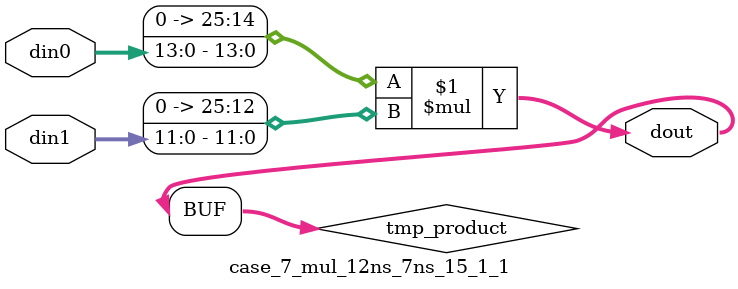
<source format=v>

`timescale 1 ns / 1 ps

 (* use_dsp = "no" *)  module case_7_mul_12ns_7ns_15_1_1(din0, din1, dout);
parameter ID = 1;
parameter NUM_STAGE = 0;
parameter din0_WIDTH = 14;
parameter din1_WIDTH = 12;
parameter dout_WIDTH = 26;

input [din0_WIDTH - 1 : 0] din0; 
input [din1_WIDTH - 1 : 0] din1; 
output [dout_WIDTH - 1 : 0] dout;

wire signed [dout_WIDTH - 1 : 0] tmp_product;
























assign tmp_product = $signed({1'b0, din0}) * $signed({1'b0, din1});











assign dout = tmp_product;





















endmodule

</source>
